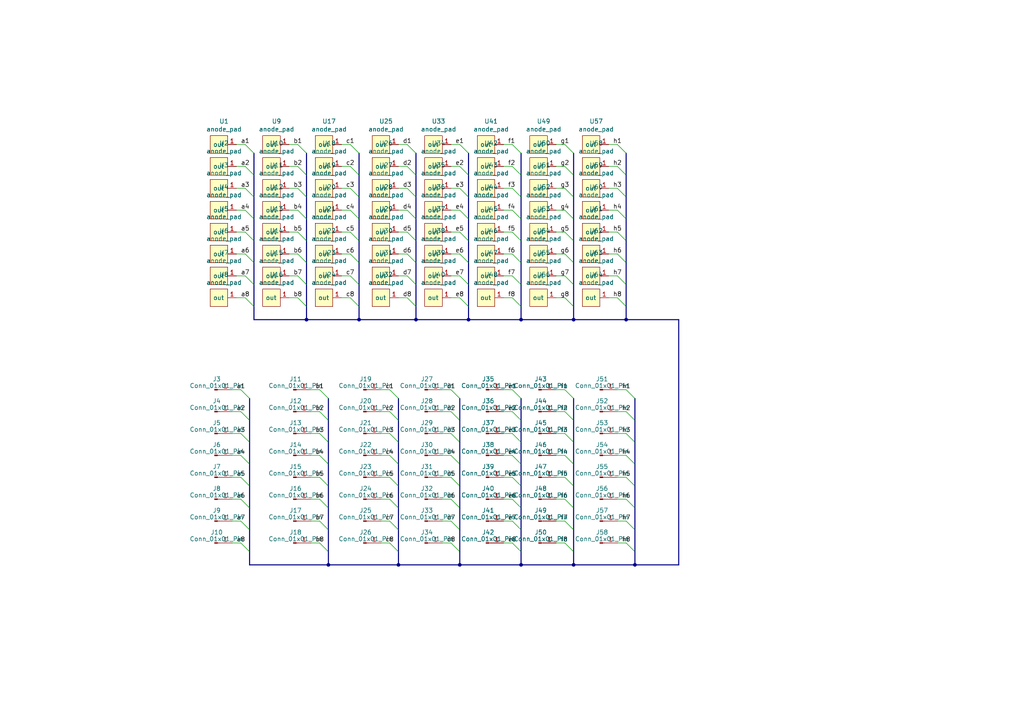
<source format=kicad_sch>
(kicad_sch (version 20230121) (generator eeschema)
  (paper "A4")
  (junction (at 181.61 92.71))
  (junction (at 151.13 163.83))
  (junction (at 135.89 92.71))
  (junction (at 104.14 92.71))
  (junction (at 166.37 92.71))
  (junction (at 95.25 163.83))
  (junction (at 120.65 92.71))
  (junction (at 151.13 92.71))
  (junction (at 115.57 163.83))
  (junction (at 184.15 163.83))
  (junction (at 166.37 163.83))
  (junction (at 88.9 92.71))
  (junction (at 133.35 163.83))
  (bus_entry (at 163.83 144.78) (size 2.54 2.54))
  (bus_entry (at 113.03 144.78) (size 2.54 2.54))
  (bus_entry (at 92.71 132.08) (size 2.54 2.54))
  (bus_entry (at 148.59 73.66) (size 2.54 2.54))
  (bus_entry (at 148.59 67.31) (size 2.54 2.54))
  (bus_entry (at 71.12 86.36) (size 2.54 2.54))
  (bus_entry (at 163.83 113.03) (size 2.54 2.54))
  (bus_entry (at 148.59 60.96) (size 2.54 2.54))
  (bus_entry (at 113.03 119.38) (size 2.54 2.54))
  (bus_entry (at 163.83 73.66) (size 2.54 2.54))
  (bus_entry (at 86.36 73.66) (size 2.54 2.54))
  (bus_entry (at 163.83 80.01) (size 2.54 2.54))
  (bus_entry (at 69.85 132.08) (size 2.54 2.54))
  (bus_entry (at 181.61 132.08) (size 2.54 2.54))
  (bus_entry (at 118.11 73.66) (size 2.54 2.54))
  (bus_entry (at 118.11 54.61) (size 2.54 2.54))
  (bus_entry (at 133.35 73.66) (size 2.54 2.54))
  (bus_entry (at 69.85 157.48) (size 2.54 2.54))
  (bus_entry (at 113.03 151.13) (size 2.54 2.54))
  (bus_entry (at 130.81 132.08) (size 2.54 2.54))
  (bus_entry (at 148.59 48.26) (size 2.54 2.54))
  (bus_entry (at 179.07 67.31) (size 2.54 2.54))
  (bus_entry (at 163.83 132.08) (size 2.54 2.54))
  (bus_entry (at 163.83 41.91) (size 2.54 2.54))
  (bus_entry (at 86.36 54.61) (size 2.54 2.54))
  (bus_entry (at 118.11 41.91) (size 2.54 2.54))
  (bus_entry (at 163.83 48.26) (size 2.54 2.54))
  (bus_entry (at 113.03 132.08) (size 2.54 2.54))
  (bus_entry (at 69.85 151.13) (size 2.54 2.54))
  (bus_entry (at 181.61 144.78) (size 2.54 2.54))
  (bus_entry (at 71.12 73.66) (size 2.54 2.54))
  (bus_entry (at 179.07 80.01) (size 2.54 2.54))
  (bus_entry (at 113.03 113.03) (size 2.54 2.54))
  (bus_entry (at 148.59 113.03) (size 2.54 2.54))
  (bus_entry (at 71.12 54.61) (size 2.54 2.54))
  (bus_entry (at 86.36 41.91) (size 2.54 2.54))
  (bus_entry (at 179.07 54.61) (size 2.54 2.54))
  (bus_entry (at 86.36 60.96) (size 2.54 2.54))
  (bus_entry (at 113.03 138.43) (size 2.54 2.54))
  (bus_entry (at 92.71 144.78) (size 2.54 2.54))
  (bus_entry (at 113.03 157.48) (size 2.54 2.54))
  (bus_entry (at 163.83 60.96) (size 2.54 2.54))
  (bus_entry (at 101.6 73.66) (size 2.54 2.54))
  (bus_entry (at 101.6 86.36) (size 2.54 2.54))
  (bus_entry (at 179.07 60.96) (size 2.54 2.54))
  (bus_entry (at 148.59 132.08) (size 2.54 2.54))
  (bus_entry (at 148.59 119.38) (size 2.54 2.54))
  (bus_entry (at 86.36 48.26) (size 2.54 2.54))
  (bus_entry (at 181.61 125.73) (size 2.54 2.54))
  (bus_entry (at 101.6 54.61) (size 2.54 2.54))
  (bus_entry (at 130.81 144.78) (size 2.54 2.54))
  (bus_entry (at 69.85 125.73) (size 2.54 2.54))
  (bus_entry (at 181.61 119.38) (size 2.54 2.54))
  (bus_entry (at 148.59 54.61) (size 2.54 2.54))
  (bus_entry (at 133.35 41.91) (size 2.54 2.54))
  (bus_entry (at 86.36 86.36) (size 2.54 2.54))
  (bus_entry (at 92.71 138.43) (size 2.54 2.54))
  (bus_entry (at 92.71 113.03) (size 2.54 2.54))
  (bus_entry (at 148.59 80.01) (size 2.54 2.54))
  (bus_entry (at 92.71 157.48) (size 2.54 2.54))
  (bus_entry (at 179.07 86.36) (size 2.54 2.54))
  (bus_entry (at 163.83 54.61) (size 2.54 2.54))
  (bus_entry (at 130.81 113.03) (size 2.54 2.54))
  (bus_entry (at 179.07 73.66) (size 2.54 2.54))
  (bus_entry (at 148.59 138.43) (size 2.54 2.54))
  (bus_entry (at 163.83 151.13) (size 2.54 2.54))
  (bus_entry (at 181.61 113.03) (size 2.54 2.54))
  (bus_entry (at 69.85 144.78) (size 2.54 2.54))
  (bus_entry (at 71.12 48.26) (size 2.54 2.54))
  (bus_entry (at 101.6 60.96) (size 2.54 2.54))
  (bus_entry (at 163.83 138.43) (size 2.54 2.54))
  (bus_entry (at 179.07 48.26) (size 2.54 2.54))
  (bus_entry (at 92.71 125.73) (size 2.54 2.54))
  (bus_entry (at 148.59 86.36) (size 2.54 2.54))
  (bus_entry (at 163.83 157.48) (size 2.54 2.54))
  (bus_entry (at 130.81 138.43) (size 2.54 2.54))
  (bus_entry (at 148.59 151.13) (size 2.54 2.54))
  (bus_entry (at 133.35 67.31) (size 2.54 2.54))
  (bus_entry (at 181.61 138.43) (size 2.54 2.54))
  (bus_entry (at 86.36 67.31) (size 2.54 2.54))
  (bus_entry (at 130.81 151.13) (size 2.54 2.54))
  (bus_entry (at 163.83 86.36) (size 2.54 2.54))
  (bus_entry (at 181.61 151.13) (size 2.54 2.54))
  (bus_entry (at 118.11 67.31) (size 2.54 2.54))
  (bus_entry (at 148.59 41.91) (size 2.54 2.54))
  (bus_entry (at 181.61 157.48) (size 2.54 2.54))
  (bus_entry (at 163.83 119.38) (size 2.54 2.54))
  (bus_entry (at 118.11 60.96) (size 2.54 2.54))
  (bus_entry (at 71.12 60.96) (size 2.54 2.54))
  (bus_entry (at 133.35 80.01) (size 2.54 2.54))
  (bus_entry (at 118.11 48.26) (size 2.54 2.54))
  (bus_entry (at 101.6 48.26) (size 2.54 2.54))
  (bus_entry (at 179.07 41.91) (size 2.54 2.54))
  (bus_entry (at 71.12 80.01) (size 2.54 2.54))
  (bus_entry (at 71.12 41.91) (size 2.54 2.54))
  (bus_entry (at 163.83 125.73) (size 2.54 2.54))
  (bus_entry (at 133.35 86.36) (size 2.54 2.54))
  (bus_entry (at 69.85 119.38) (size 2.54 2.54))
  (bus_entry (at 101.6 41.91) (size 2.54 2.54))
  (bus_entry (at 71.12 67.31) (size 2.54 2.54))
  (bus_entry (at 133.35 48.26) (size 2.54 2.54))
  (bus_entry (at 92.71 119.38) (size 2.54 2.54))
  (bus_entry (at 148.59 144.78) (size 2.54 2.54))
  (bus_entry (at 148.59 157.48) (size 2.54 2.54))
  (bus_entry (at 101.6 67.31) (size 2.54 2.54))
  (bus_entry (at 86.36 80.01) (size 2.54 2.54))
  (bus_entry (at 113.03 125.73) (size 2.54 2.54))
  (bus_entry (at 118.11 80.01) (size 2.54 2.54))
  (bus_entry (at 69.85 138.43) (size 2.54 2.54))
  (bus_entry (at 130.81 119.38) (size 2.54 2.54))
  (bus_entry (at 133.35 54.61) (size 2.54 2.54))
  (bus_entry (at 69.85 113.03) (size 2.54 2.54))
  (bus_entry (at 130.81 125.73) (size 2.54 2.54))
  (bus_entry (at 148.59 125.73) (size 2.54 2.54))
  (bus_entry (at 118.11 86.36) (size 2.54 2.54))
  (bus_entry (at 163.83 67.31) (size 2.54 2.54))
  (bus_entry (at 92.71 151.13) (size 2.54 2.54))
  (bus_entry (at 133.35 60.96) (size 2.54 2.54))
  (bus_entry (at 130.81 157.48) (size 2.54 2.54))
  (bus_entry (at 101.6 80.01) (size 2.54 2.54))
  (wire (pts (xy 68.58 48.26) (xy 71.12 48.26)))
  (bus (pts (xy 181.61 69.85) (xy 181.61 76.2)))
  (wire (pts (xy 146.05 151.13) (xy 148.59 151.13)))
  (wire (pts (xy 179.07 132.08) (xy 181.61 132.08)))
  (wire (pts (xy 128.27 151.13) (xy 130.81 151.13)))
  (wire (pts (xy 176.53 48.26) (xy 179.07 48.26)))
  (wire (pts (xy 176.53 73.66) (xy 179.07 73.66)))
  (wire (pts (xy 146.05 54.61) (xy 148.59 54.61)))
  (bus (pts (xy 135.89 50.8) (xy 135.89 57.15)))
  (bus (pts (xy 115.57 147.32) (xy 115.57 153.67)))
  (bus (pts (xy 73.66 76.2) (xy 73.66 82.55)))
  (wire (pts (xy 130.81 41.91) (xy 133.35 41.91)))
  (wire (pts (xy 128.27 113.03) (xy 130.81 113.03)))
  (bus (pts (xy 120.65 88.9) (xy 120.65 92.71)))
  (bus (pts (xy 120.65 57.15) (xy 120.65 63.5)))
  (bus (pts (xy 184.15 134.62) (xy 184.15 140.97)))
  (wire (pts (xy 161.29 86.36) (xy 163.83 86.36)))
  (bus (pts (xy 151.13 88.9) (xy 151.13 92.71)))
  (wire (pts (xy 99.06 86.36) (xy 101.6 86.36)))
  (wire (pts (xy 128.27 119.38) (xy 130.81 119.38)))
  (wire (pts (xy 115.57 41.91) (xy 118.11 41.91)))
  (bus (pts (xy 133.35 147.32) (xy 133.35 153.67)))
  (bus (pts (xy 151.13 153.67) (xy 151.13 160.02)))
  (wire (pts (xy 128.27 157.48) (xy 130.81 157.48)))
  (wire (pts (xy 115.57 54.61) (xy 118.11 54.61)))
  (bus (pts (xy 73.66 92.71) (xy 88.9 92.71)))
  (wire (pts (xy 146.05 113.03) (xy 148.59 113.03)))
  (wire (pts (xy 146.05 80.01) (xy 148.59 80.01)))
  (bus (pts (xy 181.61 44.45) (xy 181.61 50.8)))
  (bus (pts (xy 151.13 134.62) (xy 151.13 140.97)))
  (bus (pts (xy 104.14 44.45) (xy 104.14 50.8)))
  (wire (pts (xy 110.49 151.13) (xy 113.03 151.13)))
  (wire (pts (xy 67.31 125.73) (xy 69.85 125.73)))
  (bus (pts (xy 181.61 88.9) (xy 181.61 92.71)))
  (wire (pts (xy 146.05 119.38) (xy 148.59 119.38)))
  (bus (pts (xy 151.13 57.15) (xy 151.13 63.5)))
  (wire (pts (xy 161.29 67.31) (xy 163.83 67.31)))
  (bus (pts (xy 120.65 44.45) (xy 120.65 50.8)))
  (wire (pts (xy 161.29 132.08) (xy 163.83 132.08)))
  (wire (pts (xy 161.29 138.43) (xy 163.83 138.43)))
  (wire (pts (xy 146.05 60.96) (xy 148.59 60.96)))
  (bus (pts (xy 95.25 153.67) (xy 95.25 160.02)))
  (wire (pts (xy 161.29 144.78) (xy 163.83 144.78)))
  (wire (pts (xy 146.05 48.26) (xy 148.59 48.26)))
  (bus (pts (xy 166.37 128.27) (xy 166.37 134.62)))
  (wire (pts (xy 68.58 80.01) (xy 71.12 80.01)))
  (wire (pts (xy 130.81 67.31) (xy 133.35 67.31)))
  (wire (pts (xy 161.29 73.66) (xy 163.83 73.66)))
  (bus (pts (xy 95.25 128.27) (xy 95.25 134.62)))
  (wire (pts (xy 179.07 119.38) (xy 181.61 119.38)))
  (wire (pts (xy 146.05 67.31) (xy 148.59 67.31)))
  (bus (pts (xy 115.57 153.67) (xy 115.57 160.02)))
  (bus (pts (xy 151.13 121.92) (xy 151.13 128.27)))
  (bus (pts (xy 166.37 160.02) (xy 166.37 163.83)))
  (bus (pts (xy 95.25 160.02) (xy 95.25 163.83)))
  (wire (pts (xy 90.17 151.13) (xy 92.71 151.13)))
  (wire (pts (xy 146.05 125.73) (xy 148.59 125.73)))
  (bus (pts (xy 151.13 115.57) (xy 151.13 121.92)))
  (bus (pts (xy 133.35 128.27) (xy 133.35 134.62)))
  (bus (pts (xy 88.9 69.85) (xy 88.9 76.2)))
  (bus (pts (xy 151.13 160.02) (xy 151.13 163.83)))
  (bus (pts (xy 95.25 134.62) (xy 95.25 140.97)))
  (wire (pts (xy 99.06 80.01) (xy 101.6 80.01)))
  (bus (pts (xy 72.39 153.67) (xy 72.39 160.02)))
  (wire (pts (xy 99.06 60.96) (xy 101.6 60.96)))
  (wire (pts (xy 83.82 54.61) (xy 86.36 54.61)))
  (bus (pts (xy 184.15 128.27) (xy 184.15 134.62)))
  (bus (pts (xy 184.15 115.57) (xy 184.15 121.92)))
  (bus (pts (xy 181.61 57.15) (xy 181.61 63.5)))
  (wire (pts (xy 130.81 60.96) (xy 133.35 60.96)))
  (bus (pts (xy 166.37 63.5) (xy 166.37 69.85)))
  (bus (pts (xy 104.14 76.2) (xy 104.14 82.55)))
  (bus (pts (xy 133.35 163.83) (xy 151.13 163.83)))
  (wire (pts (xy 161.29 157.48) (xy 163.83 157.48)))
  (bus (pts (xy 166.37 115.57) (xy 166.37 121.92)))
  (bus (pts (xy 151.13 140.97) (xy 151.13 147.32)))
  (wire (pts (xy 99.06 48.26) (xy 101.6 48.26)))
  (bus (pts (xy 151.13 63.5) (xy 151.13 69.85)))
  (bus (pts (xy 151.13 50.8) (xy 151.13 57.15)))
  (bus (pts (xy 135.89 92.71) (xy 151.13 92.71)))
  (bus (pts (xy 120.65 76.2) (xy 120.65 82.55)))
  (wire (pts (xy 83.82 41.91) (xy 86.36 41.91)))
  (wire (pts (xy 110.49 138.43) (xy 113.03 138.43)))
  (bus (pts (xy 88.9 63.5) (xy 88.9 69.85)))
  (wire (pts (xy 99.06 67.31) (xy 101.6 67.31)))
  (bus (pts (xy 104.14 88.9) (xy 104.14 92.71)))
  (wire (pts (xy 90.17 119.38) (xy 92.71 119.38)))
  (wire (pts (xy 83.82 67.31) (xy 86.36 67.31)))
  (wire (pts (xy 161.29 125.73) (xy 163.83 125.73)))
  (wire (pts (xy 68.58 67.31) (xy 71.12 67.31)))
  (wire (pts (xy 179.07 125.73) (xy 181.61 125.73)))
  (wire (pts (xy 161.29 151.13) (xy 163.83 151.13)))
  (wire (pts (xy 128.27 125.73) (xy 130.81 125.73)))
  (wire (pts (xy 99.06 73.66) (xy 101.6 73.66)))
  (wire (pts (xy 130.81 73.66) (xy 133.35 73.66)))
  (bus (pts (xy 166.37 92.71) (xy 181.61 92.71)))
  (bus (pts (xy 72.39 121.92) (xy 72.39 128.27)))
  (bus (pts (xy 95.25 121.92) (xy 95.25 128.27)))
  (wire (pts (xy 176.53 54.61) (xy 179.07 54.61)))
  (bus (pts (xy 72.39 115.57) (xy 72.39 121.92)))
  (bus (pts (xy 73.66 88.9) (xy 73.66 92.71)))
  (bus (pts (xy 88.9 44.45) (xy 88.9 50.8)))
  (bus (pts (xy 73.66 82.55) (xy 73.66 88.9)))
  (wire (pts (xy 161.29 80.01) (xy 163.83 80.01)))
  (wire (pts (xy 176.53 60.96) (xy 179.07 60.96)))
  (bus (pts (xy 166.37 153.67) (xy 166.37 160.02)))
  (wire (pts (xy 90.17 144.78) (xy 92.71 144.78)))
  (bus (pts (xy 104.14 63.5) (xy 104.14 69.85)))
  (bus (pts (xy 115.57 160.02) (xy 115.57 163.83)))
  (bus (pts (xy 135.89 63.5) (xy 135.89 69.85)))
  (bus (pts (xy 135.89 69.85) (xy 135.89 76.2)))
  (bus (pts (xy 120.65 63.5) (xy 120.65 69.85)))
  (wire (pts (xy 146.05 138.43) (xy 148.59 138.43)))
  (wire (pts (xy 130.81 54.61) (xy 133.35 54.61)))
  (wire (pts (xy 115.57 86.36) (xy 118.11 86.36)))
  (bus (pts (xy 104.14 69.85) (xy 104.14 76.2)))
  (bus (pts (xy 181.61 82.55) (xy 181.61 88.9)))
  (wire (pts (xy 83.82 48.26) (xy 86.36 48.26)))
  (bus (pts (xy 181.61 50.8) (xy 181.61 57.15)))
  (bus (pts (xy 196.85 163.83) (xy 184.15 163.83)))
  (bus (pts (xy 166.37 50.8) (xy 166.37 57.15)))
  (wire (pts (xy 161.29 48.26) (xy 163.83 48.26)))
  (bus (pts (xy 166.37 76.2) (xy 166.37 82.55)))
  (bus (pts (xy 120.65 92.71) (xy 135.89 92.71)))
  (wire (pts (xy 110.49 132.08) (xy 113.03 132.08)))
  (bus (pts (xy 88.9 76.2) (xy 88.9 82.55)))
  (bus (pts (xy 95.25 147.32) (xy 95.25 153.67)))
  (wire (pts (xy 68.58 86.36) (xy 71.12 86.36)))
  (bus (pts (xy 151.13 82.55) (xy 151.13 88.9)))
  (bus (pts (xy 120.65 50.8) (xy 120.65 57.15)))
  (wire (pts (xy 161.29 54.61) (xy 163.83 54.61)))
  (bus (pts (xy 166.37 147.32) (xy 166.37 153.67)))
  (bus (pts (xy 133.35 115.57) (xy 133.35 121.92)))
  (bus (pts (xy 133.35 153.67) (xy 133.35 160.02)))
  (bus (pts (xy 95.25 163.83) (xy 115.57 163.83)))
  (wire (pts (xy 90.17 125.73) (xy 92.71 125.73)))
  (bus (pts (xy 133.35 121.92) (xy 133.35 128.27)))
  (bus (pts (xy 104.14 50.8) (xy 104.14 57.15)))
  (wire (pts (xy 146.05 157.48) (xy 148.59 157.48)))
  (bus (pts (xy 104.14 92.71) (xy 120.65 92.71)))
  (wire (pts (xy 110.49 113.03) (xy 113.03 113.03)))
  (bus (pts (xy 166.37 140.97) (xy 166.37 147.32)))
  (bus (pts (xy 73.66 63.5) (xy 73.66 69.85)))
  (bus (pts (xy 133.35 134.62) (xy 133.35 140.97)))
  (bus (pts (xy 151.13 128.27) (xy 151.13 134.62)))
  (bus (pts (xy 104.14 82.55) (xy 104.14 88.9)))
  (bus (pts (xy 88.9 57.15) (xy 88.9 63.5)))
  (wire (pts (xy 67.31 151.13) (xy 69.85 151.13)))
  (bus (pts (xy 135.89 44.45) (xy 135.89 50.8)))
  (bus (pts (xy 72.39 147.32) (xy 72.39 153.67)))
  (bus (pts (xy 73.66 50.8) (xy 73.66 57.15)))
  (wire (pts (xy 67.31 144.78) (xy 69.85 144.78)))
  (wire (pts (xy 83.82 60.96) (xy 86.36 60.96)))
  (bus (pts (xy 88.9 92.71) (xy 104.14 92.71)))
  (bus (pts (xy 135.89 57.15) (xy 135.89 63.5)))
  (bus (pts (xy 151.13 69.85) (xy 151.13 76.2)))
  (bus (pts (xy 184.15 147.32) (xy 184.15 153.67)))
  (bus (pts (xy 72.39 140.97) (xy 72.39 147.32)))
  (bus (pts (xy 135.89 82.55) (xy 135.89 88.9)))
  (bus (pts (xy 181.61 76.2) (xy 181.61 82.55)))
  (bus (pts (xy 166.37 82.55) (xy 166.37 88.9)))
  (wire (pts (xy 146.05 132.08) (xy 148.59 132.08)))
  (wire (pts (xy 115.57 73.66) (xy 118.11 73.66)))
  (wire (pts (xy 67.31 119.38) (xy 69.85 119.38)))
  (wire (pts (xy 83.82 86.36) (xy 86.36 86.36)))
  (bus (pts (xy 135.89 88.9) (xy 135.89 92.71)))
  (bus (pts (xy 181.61 92.71) (xy 196.85 92.71)))
  (bus (pts (xy 115.57 128.27) (xy 115.57 134.62)))
  (wire (pts (xy 128.27 144.78) (xy 130.81 144.78)))
  (wire (pts (xy 110.49 157.48) (xy 113.03 157.48)))
  (wire (pts (xy 99.06 41.91) (xy 101.6 41.91)))
  (bus (pts (xy 133.35 160.02) (xy 133.35 163.83)))
  (bus (pts (xy 73.66 69.85) (xy 73.66 76.2)))
  (bus (pts (xy 115.57 134.62) (xy 115.57 140.97)))
  (bus (pts (xy 88.9 50.8) (xy 88.9 57.15)))
  (wire (pts (xy 130.81 80.01) (xy 133.35 80.01)))
  (bus (pts (xy 166.37 88.9) (xy 166.37 92.71)))
  (bus (pts (xy 115.57 163.83) (xy 133.35 163.83)))
  (wire (pts (xy 115.57 67.31) (xy 118.11 67.31)))
  (wire (pts (xy 130.81 86.36) (xy 133.35 86.36)))
  (wire (pts (xy 130.81 48.26) (xy 133.35 48.26)))
  (wire (pts (xy 99.06 54.61) (xy 101.6 54.61)))
  (bus (pts (xy 184.15 153.67) (xy 184.15 160.02)))
  (bus (pts (xy 73.66 44.45) (xy 73.66 50.8)))
  (bus (pts (xy 120.65 82.55) (xy 120.65 88.9)))
  (wire (pts (xy 68.58 54.61) (xy 71.12 54.61)))
  (bus (pts (xy 88.9 88.9) (xy 88.9 92.71)))
  (wire (pts (xy 146.05 73.66) (xy 148.59 73.66)))
  (wire (pts (xy 179.07 144.78) (xy 181.61 144.78)))
  (bus (pts (xy 151.13 92.71) (xy 166.37 92.71)))
  (bus (pts (xy 115.57 121.92) (xy 115.57 128.27)))
  (wire (pts (xy 67.31 138.43) (xy 69.85 138.43)))
  (bus (pts (xy 104.14 57.15) (xy 104.14 63.5)))
  (bus (pts (xy 95.25 140.97) (xy 95.25 147.32)))
  (wire (pts (xy 110.49 144.78) (xy 113.03 144.78)))
  (bus (pts (xy 166.37 163.83) (xy 184.15 163.83)))
  (wire (pts (xy 176.53 80.01) (xy 179.07 80.01)))
  (wire (pts (xy 146.05 41.91) (xy 148.59 41.91)))
  (bus (pts (xy 72.39 160.02) (xy 72.39 163.83)))
  (bus (pts (xy 151.13 147.32) (xy 151.13 153.67)))
  (wire (pts (xy 90.17 113.03) (xy 92.71 113.03)))
  (bus (pts (xy 184.15 160.02) (xy 184.15 163.83)))
  (wire (pts (xy 90.17 132.08) (xy 92.71 132.08)))
  (bus (pts (xy 72.39 134.62) (xy 72.39 140.97)))
  (bus (pts (xy 166.37 134.62) (xy 166.37 140.97)))
  (wire (pts (xy 115.57 80.01) (xy 118.11 80.01)))
  (wire (pts (xy 161.29 119.38) (xy 163.83 119.38)))
  (bus (pts (xy 166.37 121.92) (xy 166.37 128.27)))
  (bus (pts (xy 133.35 140.97) (xy 133.35 147.32)))
  (wire (pts (xy 179.07 157.48) (xy 181.61 157.48)))
  (wire (pts (xy 161.29 41.91) (xy 163.83 41.91)))
  (bus (pts (xy 196.85 92.71) (xy 196.85 163.83)))
  (wire (pts (xy 179.07 138.43) (xy 181.61 138.43)))
  (wire (pts (xy 128.27 132.08) (xy 130.81 132.08)))
  (bus (pts (xy 88.9 82.55) (xy 88.9 88.9)))
  (bus (pts (xy 151.13 44.45) (xy 151.13 50.8)))
  (wire (pts (xy 110.49 125.73) (xy 113.03 125.73)))
  (bus (pts (xy 73.66 57.15) (xy 73.66 63.5)))
  (wire (pts (xy 115.57 48.26) (xy 118.11 48.26)))
  (bus (pts (xy 151.13 76.2) (xy 151.13 82.55)))
  (wire (pts (xy 83.82 80.01) (xy 86.36 80.01)))
  (bus (pts (xy 120.65 69.85) (xy 120.65 76.2)))
  (wire (pts (xy 67.31 132.08) (xy 69.85 132.08)))
  (bus (pts (xy 166.37 69.85) (xy 166.37 76.2)))
  (bus (pts (xy 151.13 163.83) (xy 166.37 163.83)))
  (wire (pts (xy 110.49 119.38) (xy 113.03 119.38)))
  (bus (pts (xy 166.37 44.45) (xy 166.37 50.8)))
  (wire (pts (xy 68.58 60.96) (xy 71.12 60.96)))
  (wire (pts (xy 67.31 113.03) (xy 69.85 113.03)))
  (wire (pts (xy 161.29 60.96) (xy 163.83 60.96)))
  (wire (pts (xy 176.53 41.91) (xy 179.07 41.91)))
  (wire (pts (xy 176.53 86.36) (xy 179.07 86.36)))
  (wire (pts (xy 146.05 86.36) (xy 148.59 86.36)))
  (bus (pts (xy 135.89 76.2) (xy 135.89 82.55)))
  (bus (pts (xy 115.57 140.97) (xy 115.57 147.32)))
  (bus (pts (xy 181.61 63.5) (xy 181.61 69.85)))
  (bus (pts (xy 115.57 115.57) (xy 115.57 121.92)))
  (bus (pts (xy 184.15 140.97) (xy 184.15 147.32)))
  (bus (pts (xy 166.37 57.15) (xy 166.37 63.5)))
  (wire (pts (xy 68.58 73.66) (xy 71.12 73.66)))
  (wire (pts (xy 146.05 144.78) (xy 148.59 144.78)))
  (wire (pts (xy 83.82 73.66) (xy 86.36 73.66)))
  (bus (pts (xy 72.39 163.83) (xy 95.25 163.83)))
  (bus (pts (xy 72.39 128.27) (xy 72.39 134.62)))
  (wire (pts (xy 128.27 138.43) (xy 130.81 138.43)))
  (wire (pts (xy 115.57 60.96) (xy 118.11 60.96)))
  (bus (pts (xy 184.15 121.92) (xy 184.15 128.27)))
  (wire (pts (xy 179.07 151.13) (xy 181.61 151.13)))
  (wire (pts (xy 67.31 157.48) (xy 69.85 157.48)))
  (bus (pts (xy 95.25 115.57) (xy 95.25 121.92)))
  (wire (pts (xy 161.29 113.03) (xy 163.83 113.03)))
  (wire (pts (xy 90.17 157.48) (xy 92.71 157.48)))
  (wire (pts (xy 90.17 138.43) (xy 92.71 138.43)))
  (wire (pts (xy 176.53 67.31) (xy 179.07 67.31)))
  (wire (pts (xy 68.58 41.91) (xy 71.12 41.91)))
  (wire (pts (xy 179.07 113.03) (xy 181.61 113.03)))
  (label "a4" (at 69.85 60.96 0))
  (label "c8" (at 100.33 86.36 0))
  (label "h6" (at 180.34 144.78 0))
  (label "d4" (at 129.54 132.08 0))
  (label "a2" (at 69.85 48.26 0))
  (label "d7" (at 116.84 80.01 0))
  (label "b3" (at 85.09 54.61 0))
  (label "a8" (at 69.85 86.36 0))
  (label "e6" (at 147.32 144.78 0))
  (label "g8" (at 162.56 86.36 0))
  (label "h5" (at 177.8 67.31 0))
  (label "c5" (at 111.76 138.43 0))
  (label "h1" (at 180.34 113.03 0))
  (label "f5" (at 162.56 138.43 0))
  (label "b6" (at 91.44 144.78 0))
  (label "e7" (at 132.08 80.01 0))
  (label "h7" (at 177.8 80.01 0))
  (label "a1" (at 68.58 113.03 0))
  (label "c6" (at 111.76 144.78 0))
  (label "e2" (at 132.08 48.26 0))
  (label "h5" (at 180.34 138.43 0))
  (label "e6" (at 132.08 73.66 0))
  (label "e4" (at 147.32 132.08 0))
  (label "b5" (at 91.44 138.43 0))
  (label "e3" (at 147.32 125.73 0))
  (label "a5" (at 68.58 138.43 0))
  (label "h7" (at 180.34 151.13 0))
  (label "b2" (at 85.09 48.26 0))
  (label "e5" (at 132.08 67.31 0))
  (label "b6" (at 85.09 73.66 0))
  (label "a8" (at 68.58 157.48 0))
  (label "h1" (at 177.8 41.91 0))
  (label "c5" (at 100.33 67.31 0))
  (label "a2" (at 68.58 119.38 0))
  (label "d2" (at 129.54 119.38 0))
  (label "d3" (at 116.84 54.61 0))
  (label "a1" (at 69.85 41.91 0))
  (label "d4" (at 116.84 60.96 0))
  (label "e1" (at 132.08 41.91 0))
  (label "b2" (at 91.44 119.38 0))
  (label "e8" (at 147.32 157.48 0))
  (label "a6" (at 69.85 73.66 0))
  (label "f8" (at 147.32 86.36 0))
  (label "g6" (at 162.56 73.66 0))
  (label "c7" (at 111.76 151.13 0))
  (label "e4" (at 132.08 60.96 0))
  (label "h2" (at 177.8 48.26 0))
  (label "b1" (at 85.09 41.91 0))
  (label "a7" (at 68.58 151.13 0))
  (label "g1" (at 162.56 41.91 0))
  (label "g4" (at 162.56 60.96 0))
  (label "f8" (at 162.56 157.48 0))
  (label "b3" (at 91.44 125.73 0))
  (label "a5" (at 69.85 67.31 0))
  (label "f4" (at 147.32 60.96 0))
  (label "a3" (at 69.85 54.61 0))
  (label "d6" (at 129.54 144.78 0))
  (label "c6" (at 100.33 73.66 0))
  (label "f6" (at 162.56 144.78 0))
  (label "d8" (at 116.84 86.36 0))
  (label "h2" (at 180.34 119.38 0))
  (label "f5" (at 147.32 67.31 0))
  (label "c3" (at 100.33 54.61 0))
  (label "b5" (at 85.09 67.31 0))
  (label "b4" (at 91.44 132.08 0))
  (label "f1" (at 162.56 113.03 0))
  (label "b8" (at 91.44 157.48 0))
  (label "c3" (at 111.76 125.73 0))
  (label "h8" (at 177.8 86.36 0))
  (label "g7" (at 162.56 80.01 0))
  (label "b7" (at 85.09 80.01 0))
  (label "f2" (at 147.32 48.26 0))
  (label "f1" (at 147.32 41.91 0))
  (label "h4" (at 180.34 132.08 0))
  (label "d8" (at 129.54 157.48 0))
  (label "d5" (at 129.54 138.43 0))
  (label "c4" (at 100.33 60.96 0))
  (label "b8" (at 85.09 86.36 0))
  (label "d1" (at 129.54 113.03 0))
  (label "f2" (at 162.56 119.38 0))
  (label "b1" (at 91.44 113.03 0))
  (label "f6" (at 147.32 73.66 0))
  (label "h8" (at 180.34 157.48 0))
  (label "a7" (at 69.85 80.01 0))
  (label "d2" (at 116.84 48.26 0))
  (label "e5" (at 147.32 138.43 0))
  (label "e3" (at 132.08 54.61 0))
  (label "d1" (at 116.84 41.91 0))
  (label "h3" (at 177.8 54.61 0))
  (label "c1" (at 100.33 41.91 0))
  (label "c2" (at 111.76 119.38 0))
  (label "e2" (at 147.32 119.38 0))
  (label "f4" (at 162.56 132.08 0))
  (label "a6" (at 68.58 144.78 0))
  (label "f3" (at 162.56 125.73 0))
  (label "f7" (at 147.32 80.01 0))
  (label "c7" (at 100.33 80.01 0))
  (label "g2" (at 162.56 48.26 0))
  (label "f3" (at 147.32 54.61 0))
  (label "e1" (at 147.32 113.03 0))
  (label "h3" (at 180.34 125.73 0))
  (label "c4" (at 111.76 132.08 0))
  (label "c8" (at 111.76 157.48 0))
  (label "g3" (at 162.56 54.61 0))
  (label "e8" (at 132.08 86.36 0))
  (label "c1" (at 111.76 113.03 0))
  (label "d6" (at 116.84 73.66 0))
  (label "f7" (at 162.56 151.13 0))
  (label "b7" (at 91.44 151.13 0))
  (label "d7" (at 129.54 151.13 0))
  (label "h6" (at 177.8 73.66 0))
  (label "d5" (at 116.84 67.31 0))
  (label "e7" (at 147.32 151.13 0))
  (label "d3" (at 129.54 125.73 0))
  (label "h4" (at 177.8 60.96 0))
  (label "g5" (at 162.56 67.31 0))
  (label "a4" (at 68.58 132.08 0))
  (label "b4" (at 85.09 60.96 0))
  (label "c2" (at 100.33 48.26 0))
  (label "a3" (at 68.58 125.73 0))
  (symbol (lib_id "Connector:Conn_01x01_Pin") (at 140.97 119.38 0) (unit 1)
    (property "Reference" "J36" (at 141.605 116.2939 0))
    (property "Value" "Conn_01x01_Pin" (at 141.605 118.2149 0))
  )
  (symbol (lib_id "Connector:Conn_01x01_Pin") (at 105.41 125.73 0) (unit 1)
    (property "Reference" "J21" (at 106.045 122.6439 0))
    (property "Value" "Conn_01x01_Pin" (at 106.045 124.5649 0))
  )
  (symbol (lib_id "Connector:Conn_01x01_Pin") (at 62.23 113.03 0) (unit 1)
    (property "Reference" "J3" (at 62.865 109.9439 0))
    (property "Value" "Conn_01x01_Pin" (at 62.865 111.8649 0))
  )
  (symbol (lib_id "Connector:Conn_01x01_Pin") (at 85.09 144.78 0) (unit 1)
    (property "Reference" "J16" (at 85.725 141.6939 0))
    (property "Value" "Conn_01x01_Pin" (at 85.725 143.6149 0))
  )
  (symbol (lib_id "pad_64in-rescue:anode_pad-Device") (at 93.98 67.31 0) (unit 1)
    (property "Reference" "U21" (at 95.4532 60.579 0))
    (property "Value" "anode_pad" (at 95.4532 62.8904 0))
    (property "Footprint" "AnodePads:anode_square_pad" (effects hide))
    (instances (project "pad_64in" (path "" (reference "U21") (unit 1)) (path "" (reference "U85") (unit 1))))
  )
  (symbol (lib_id "pad_64in-rescue:anode_pad-Device") (at 140.97 67.31 0) (unit 1)
    (property "Reference" "U45" (at 142.4432 60.579 0))
    (property "Value" "anode_pad" (at 142.4432 62.8904 0))
    (property "Footprint" "AnodePads:anode_square_pad" (effects hide))
    (instances (project "pad_64in" (path "" (reference "U45") (unit 1)) (path "" (reference "U109") (unit 1))))
  )
  (symbol (lib_id "pad_64in-rescue:anode_pad-Device") (at 140.97 48.26 0) (unit 1)
    (property "Reference" "U42" (at 142.4432 41.529 0))
    (property "Value" "anode_pad" (at 142.4432 43.8404 0))
    (property "Footprint" "AnodePads:anode_square_pad" (effects hide))
    (instances (project "pad_64in" (path "" (reference "U42") (unit 1)) (path "" (reference "U106") (unit 1))))
  )
  (symbol (lib_id "pad_64in-rescue:anode_pad-Device") (at 125.73 67.31 0) (unit 1)
    (property "Reference" "U37" (at 127.2032 60.579 0))
    (property "Value" "anode_pad" (at 127.2032 62.8904 0))
    (property "Footprint" "AnodePads:anode_square_pad" (effects hide))
    (instances (project "pad_64in" (path "" (reference "U37") (unit 1)) (path "" (reference "U101") (unit 1))))
  )
  (symbol (lib_id "Connector:Conn_01x01_Pin") (at 156.21 151.13 0) (unit 1)
    (property "Reference" "J49" (at 156.845 148.0439 0))
    (property "Value" "Conn_01x01_Pin" (at 156.845 149.9649 0))
  )
  (symbol (lib_id "pad_64in-rescue:anode_pad-Device") (at 125.73 80.01 0) (unit 1)
    (property "Reference" "U39" (at 127.2032 73.279 0))
    (property "Value" "anode_pad" (at 127.2032 75.5904 0))
    (property "Footprint" "AnodePads:anode_square_pad" (effects hide))
    (instances (project "pad_64in" (path "" (reference "U39") (unit 1)) (path "" (reference "U103") (unit 1))))
  )
  (symbol (lib_id "pad_64in-rescue:anode_pad-Device") (at 93.98 54.61 0) (unit 1)
    (property "Reference" "U19" (at 95.4532 47.879 0))
    (property "Value" "anode_pad" (at 95.4532 50.1904 0))
    (property "Footprint" "AnodePads:anode_square_pad" (effects hide))
    (instances (project "pad_64in" (path "" (reference "U19") (unit 1)) (path "" (reference "U83") (unit 1))))
  )
  (symbol (lib_id "pad_64in-rescue:anode_pad-Device") (at 171.45 80.01 0) (unit 1)
    (property "Reference" "U63" (at 172.9232 73.279 0))
    (property "Value" "anode_pad" (at 172.9232 75.5904 0))
    (property "Footprint" "AnodePads:anode_square_pad" (effects hide))
    (instances (project "pad_64in" (path "" (reference "U63") (unit 1)) (path "" (reference "U127") (unit 1))))
  )
  (symbol (lib_id "Connector:Conn_01x01_Pin") (at 105.41 151.13 0) (unit 1)
    (property "Reference" "J25" (at 106.045 148.0439 0))
    (property "Value" "Conn_01x01_Pin" (at 106.045 149.9649 0))
  )
  (symbol (lib_id "Connector:Conn_01x01_Pin") (at 156.21 119.38 0) (unit 1)
    (property "Reference" "J44" (at 156.845 116.2939 0))
    (property "Value" "Conn_01x01_Pin" (at 156.845 118.2149 0))
  )
  (symbol (lib_id "Connector:Conn_01x01_Pin") (at 123.19 113.03 0) (unit 1)
    (property "Reference" "J27" (at 123.825 109.9439 0))
    (property "Value" "Conn_01x01_Pin" (at 123.825 111.8649 0))
  )
  (symbol (lib_id "Connector:Conn_01x01_Pin") (at 173.99 113.03 0) (unit 1)
    (property "Reference" "J51" (at 174.625 109.9439 0))
    (property "Value" "Conn_01x01_Pin" (at 174.625 111.8649 0))
  )
  (symbol (lib_id "pad_64in-rescue:anode_pad-Device") (at 171.45 67.31 0) (unit 1)
    (property "Reference" "U61" (at 172.9232 60.579 0))
    (property "Value" "anode_pad" (at 172.9232 62.8904 0))
    (property "Footprint" "AnodePads:anode_square_pad" (effects hide))
    (instances (project "pad_64in" (path "" (reference "U61") (unit 1)) (path "" (reference "U125") (unit 1))))
  )
  (symbol (lib_id "Connector:Conn_01x01_Pin") (at 173.99 157.48 0) (unit 1)
    (property "Reference" "J58" (at 174.625 154.3939 0))
    (property "Value" "Conn_01x01_Pin" (at 174.625 156.3149 0))
  )
  (symbol (lib_id "pad_64in-rescue:anode_pad-Device") (at 140.97 60.96 0) (unit 1)
    (property "Reference" "U44" (at 142.4432 54.229 0))
    (property "Value" "anode_pad" (at 142.4432 56.5404 0))
    (property "Footprint" "AnodePads:anode_square_pad" (effects hide))
    (instances (project "pad_64in" (path "" (reference "U44") (unit 1)) (path "" (reference "U108") (unit 1))))
  )
  (symbol (lib_id "Connector:Conn_01x01_Pin") (at 62.23 157.48 0) (unit 1)
    (property "Reference" "J10" (at 62.865 154.3939 0))
    (property "Value" "Conn_01x01_Pin" (at 62.865 156.3149 0))
  )
  (symbol (lib_id "pad_64in-rescue:anode_pad-Device") (at 93.98 86.36 0) (unit 1)
    (property "Reference" "U24" (at 95.4532 79.629 0))
    (property "Value" "anode_pad" (at 95.4532 81.9404 0))
    (property "Footprint" "AnodePads:anode_square_pad" (effects hide))
    (instances (project "pad_64in" (path "" (reference "U24") (unit 1)) (path "" (reference "U88") (unit 1))))
  )
  (symbol (lib_id "Connector:Conn_01x01_Pin") (at 105.41 138.43 0) (unit 1)
    (property "Reference" "J23" (at 106.045 135.3439 0))
    (property "Value" "Conn_01x01_Pin" (at 106.045 137.2649 0))
  )
  (symbol (lib_id "pad_64in-rescue:anode_pad-Device") (at 93.98 60.96 0) (unit 1)
    (property "Reference" "U20" (at 95.4532 54.229 0))
    (property "Value" "anode_pad" (at 95.4532 56.5404 0))
    (property "Footprint" "AnodePads:anode_square_pad" (effects hide))
    (instances (project "pad_64in" (path "" (reference "U20") (unit 1)) (path "" (reference "U84") (unit 1))))
  )
  (symbol (lib_id "pad_64in-rescue:anode_pad-Device") (at 93.98 80.01 0) (unit 1)
    (property "Reference" "U23" (at 95.4532 73.279 0))
    (property "Value" "anode_pad" (at 95.4532 75.5904 0))
    (property "Footprint" "AnodePads:anode_square_pad" (effects hide))
    (instances (project "pad_64in" (path "" (reference "U23") (unit 1)) (path "" (reference "U87") (unit 1))))
  )
  (symbol (lib_id "pad_64in-rescue:anode_pad-Device") (at 171.45 73.66 0) (unit 1)
    (property "Reference" "U62" (at 172.9232 66.929 0))
    (property "Value" "anode_pad" (at 172.9232 69.2404 0))
    (property "Footprint" "AnodePads:anode_square_pad" (effects hide))
    (instances (project "pad_64in" (path "" (reference "U62") (unit 1)) (path "" (reference "U126") (unit 1))))
  )
  (symbol (lib_id "pad_64in-rescue:anode_pad-Device") (at 110.49 54.61 0) (unit 1)
    (property "Reference" "U27" (at 111.9632 47.879 0))
    (property "Value" "anode_pad" (at 111.9632 50.1904 0))
    (property "Footprint" "AnodePads:anode_square_pad" (effects hide))
    (instances (project "pad_64in" (path "" (reference "U27") (unit 1)) (path "" (reference "U91") (unit 1))))
  )
  (symbol (lib_id "Connector:Conn_01x01_Pin") (at 85.09 119.38 0) (unit 1)
    (property "Reference" "J12" (at 85.725 116.2939 0))
    (property "Value" "Conn_01x01_Pin" (at 85.725 118.2149 0))
  )
  (symbol (lib_id "Connector:Conn_01x01_Pin") (at 85.09 113.03 0) (unit 1)
    (property "Reference" "J11" (at 85.725 109.9439 0))
    (property "Value" "Conn_01x01_Pin" (at 85.725 111.8649 0))
  )
  (symbol (lib_id "pad_64in-rescue:anode_pad-Device") (at 156.21 60.96 0) (unit 1)
    (property "Reference" "U52" (at 157.6832 54.229 0))
    (property "Value" "anode_pad" (at 157.6832 56.5404 0))
    (property "Footprint" "AnodePads:anode_square_pad" (effects hide))
    (instances (project "pad_64in" (path "" (reference "U52") (unit 1)) (path "" (reference "U116") (unit 1))))
  )
  (symbol (lib_id "Connector:Conn_01x01_Pin") (at 85.09 132.08 0) (unit 1)
    (property "Reference" "J14" (at 85.725 128.9939 0))
    (property "Value" "Conn_01x01_Pin" (at 85.725 130.9149 0))
  )
  (symbol (lib_id "Connector:Conn_01x01_Pin") (at 62.23 138.43 0) (unit 1)
    (property "Reference" "J7" (at 62.865 135.3439 0))
    (property "Value" "Conn_01x01_Pin" (at 62.865 137.2649 0))
  )
  (symbol (lib_id "Connector:Conn_01x01_Pin") (at 62.23 119.38 0) (unit 1)
    (property "Reference" "J4" (at 62.865 116.2939 0))
    (property "Value" "Conn_01x01_Pin" (at 62.865 118.2149 0))
  )
  (symbol (lib_id "pad_64in-rescue:anode_pad-Device") (at 93.98 41.91 0) (unit 1)
    (property "Reference" "U17" (at 95.4532 35.179 0))
    (property "Value" "anode_pad" (at 95.4532 37.4904 0))
    (property "Footprint" "AnodePads:anode_square_pad" (effects hide))
    (instances (project "pad_64in" (path "" (reference "U17") (unit 1)) (path "" (reference "U81") (unit 1))))
  )
  (symbol (lib_id "pad_64in-rescue:anode_pad-Device") (at 110.49 80.01 0) (unit 1)
    (property "Reference" "U31" (at 111.9632 73.279 0))
    (property "Value" "anode_pad" (at 111.9632 75.5904 0))
    (property "Footprint" "AnodePads:anode_square_pad" (effects hide))
    (instances (project "pad_64in" (path "" (reference "U31") (unit 1)) (path "" (reference "U95") (unit 1))))
  )
  (symbol (lib_id "Connector:Conn_01x01_Pin") (at 173.99 151.13 0) (unit 1)
    (property "Reference" "J57" (at 174.625 148.0439 0))
    (property "Value" "Conn_01x01_Pin" (at 174.625 149.9649 0))
  )
  (symbol (lib_id "pad_64in-rescue:anode_pad-Device") (at 156.21 67.31 0) (unit 1)
    (property "Reference" "U53" (at 157.6832 60.579 0))
    (property "Value" "anode_pad" (at 157.6832 62.8904 0))
    (property "Footprint" "AnodePads:anode_square_pad" (effects hide))
    (instances (project "pad_64in" (path "" (reference "U53") (unit 1)) (path "" (reference "U117") (unit 1))))
  )
  (symbol (lib_id "Connector:Conn_01x01_Pin") (at 85.09 125.73 0) (unit 1)
    (property "Reference" "J13" (at 85.725 122.6439 0))
    (property "Value" "Conn_01x01_Pin" (at 85.725 124.5649 0))
  )
  (symbol (lib_id "pad_64in-rescue:anode_pad-Device") (at 110.49 60.96 0) (unit 1)
    (property "Reference" "U28" (at 111.9632 54.229 0))
    (property "Value" "anode_pad" (at 111.9632 56.5404 0))
    (property "Footprint" "AnodePads:anode_square_pad" (effects hide))
    (instances (project "pad_64in" (path "" (reference "U28") (unit 1)) (path "" (reference "U92") (unit 1))))
  )
  (symbol (lib_id "Connector:Conn_01x01_Pin") (at 156.21 138.43 0) (unit 1)
    (property "Reference" "J47" (at 156.845 135.3439 0))
    (property "Value" "Conn_01x01_Pin" (at 156.845 137.2649 0))
  )
  (symbol (lib_id "pad_64in-rescue:anode_pad-Device") (at 78.74 48.26 0) (unit 1)
    (property "Reference" "U10" (at 80.2132 41.529 0))
    (property "Value" "anode_pad" (at 80.2132 43.8404 0))
    (property "Footprint" "AnodePads:anode_square_pad" (effects hide))
    (instances (project "pad_64in" (path "" (reference "U10") (unit 1)) (path "" (reference "U74") (unit 1))))
  )
  (symbol (lib_id "pad_64in-rescue:anode_pad-Device") (at 171.45 60.96 0) (unit 1)
    (property "Reference" "U60" (at 172.9232 54.229 0))
    (property "Value" "anode_pad" (at 172.9232 56.5404 0))
    (property "Footprint" "AnodePads:anode_square_pad" (effects hide))
    (instances (project "pad_64in" (path "" (reference "U60") (unit 1)) (path "" (reference "U124") (unit 1))))
  )
  (symbol (lib_id "Connector:Conn_01x01_Pin") (at 105.41 157.48 0) (unit 1)
    (property "Reference" "J26" (at 106.045 154.3939 0))
    (property "Value" "Conn_01x01_Pin" (at 106.045 156.3149 0))
  )
  (symbol (lib_id "pad_64in-rescue:anode_pad-Device") (at 110.49 67.31 0) (unit 1)
    (property "Reference" "U29" (at 111.9632 60.579 0))
    (property "Value" "anode_pad" (at 111.9632 62.8904 0))
    (property "Footprint" "AnodePads:anode_square_pad" (effects hide))
    (instances (project "pad_64in" (path "" (reference "U29") (unit 1)) (path "" (reference "U93") (unit 1))))
  )
  (symbol (lib_id "pad_64in-rescue:anode_pad-Device") (at 156.21 86.36 0) (unit 1)
    (property "Reference" "U56" (at 157.6832 79.629 0))
    (property "Value" "anode_pad" (at 157.6832 81.9404 0))
    (property "Footprint" "AnodePads:anode_square_pad" (effects hide))
    (instances (project "pad_64in" (path "" (reference "U56") (unit 1)) (path "" (reference "U120") (unit 1))))
  )
  (symbol (lib_id "pad_64in-rescue:anode_pad-Device") (at 78.74 86.36 0) (unit 1)
    (property "Reference" "U16" (at 80.2132 79.629 0))
    (property "Value" "anode_pad" (at 80.2132 81.9404 0))
    (property "Footprint" "AnodePads:anode_square_pad" (effects hide))
    (instances (project "pad_64in" (path "" (reference "U16") (unit 1)) (path "" (reference "U80") (unit 1))))
  )
  (symbol (lib_id "pad_64in-rescue:anode_pad-Device") (at 93.98 73.66 0) (unit 1)
    (property "Reference" "U22" (at 95.4532 66.929 0))
    (property "Value" "anode_pad" (at 95.4532 69.2404 0))
    (property "Footprint" "AnodePads:anode_square_pad" (effects hide))
    (instances (project "pad_64in" (path "" (reference "U22") (unit 1)) (path "" (reference "U86") (unit 1))))
  )
  (symbol (lib_id "Connector:Conn_01x01_Pin") (at 173.99 138.43 0) (unit 1)
    (property "Reference" "J55" (at 174.625 135.3439 0))
    (property "Value" "Conn_01x01_Pin" (at 174.625 137.2649 0))
  )
  (symbol (lib_id "Connector:Conn_01x01_Pin") (at 85.09 151.13 0) (unit 1)
    (property "Reference" "J17" (at 85.725 148.0439 0))
    (property "Value" "Conn_01x01_Pin" (at 85.725 149.9649 0))
  )
  (symbol (lib_id "pad_64in-rescue:anode_pad-Device") (at 78.74 67.31 0) (unit 1)
    (property "Reference" "U13" (at 80.2132 60.579 0))
    (property "Value" "anode_pad" (at 80.2132 62.8904 0))
    (property "Footprint" "AnodePads:anode_square_pad" (effects hide))
    (instances (project "pad_64in" (path "" (reference "U13") (unit 1)) (path "" (reference "U77") (unit 1))))
  )
  (symbol (lib_id "pad_64in-rescue:anode_pad-Device") (at 110.49 73.66 0) (unit 1)
    (property "Reference" "U30" (at 111.9632 66.929 0))
    (property "Value" "anode_pad" (at 111.9632 69.2404 0))
    (property "Footprint" "AnodePads:anode_square_pad" (effects hide))
    (instances (project "pad_64in" (path "" (reference "U30") (unit 1)) (path "" (reference "U94") (unit 1))))
  )
  (symbol (lib_id "Connector:Conn_01x01_Pin") (at 140.97 144.78 0) (unit 1)
    (property "Reference" "J40" (at 141.605 141.6939 0))
    (property "Value" "Conn_01x01_Pin" (at 141.605 143.6149 0))
  )
  (symbol (lib_id "pad_64in-rescue:anode_pad-Device") (at 63.5 80.01 0) (unit 1)
    (property "Reference" "U7" (at 64.9732 73.279 0))
    (property "Value" "anode_pad" (at 64.9732 75.5904 0))
    (property "Footprint" "AnodePads:anode_square_pad" (effects hide))
    (instances (project "pad_64in" (path "" (reference "U7") (unit 1)) (path "" (reference "U71") (unit 1))))
  )
  (symbol (lib_id "Connector:Conn_01x01_Pin") (at 156.21 113.03 0) (unit 1)
    (property "Reference" "J43" (at 156.845 109.9439 0))
    (property "Value" "Conn_01x01_Pin" (at 156.845 111.8649 0))
  )
  (symbol (lib_id "pad_64in-rescue:anode_pad-Device") (at 63.5 48.26 0) (unit 1)
    (property "Reference" "U2" (at 64.9732 41.529 0))
    (property "Value" "anode_pad" (at 64.9732 43.8404 0))
    (property "Footprint" "AnodePads:anode_square_pad" (effects hide))
    (instances (project "pad_64in" (path "" (reference "U2") (unit 1)) (path "" (reference "U66") (unit 1))))
  )
  (symbol (lib_id "pad_64in-rescue:anode_pad-Device") (at 171.45 54.61 0) (unit 1)
    (property "Reference" "U59" (at 172.9232 47.879 0))
    (property "Value" "anode_pad" (at 172.9232 50.1904 0))
    (property "Footprint" "AnodePads:anode_square_pad" (effects hide))
    (instances (project "pad_64in" (path "" (reference "U59") (unit 1)) (path "" (reference "U123") (unit 1))))
  )
  (symbol (lib_id "pad_64in-rescue:anode_pad-Device") (at 140.97 73.66 0) (unit 1)
    (property "Reference" "U46" (at 142.4432 66.929 0))
    (property "Value" "anode_pad" (at 142.4432 69.2404 0))
    (property "Footprint" "AnodePads:anode_square_pad" (effects hide))
    (instances (project "pad_64in" (path "" (reference "U46") (unit 1)) (path "" (reference "U110") (unit 1))))
  )
  (symbol (lib_id "Connector:Conn_01x01_Pin") (at 140.97 157.48 0) (unit 1)
    (property "Reference" "J42" (at 141.605 154.3939 0))
    (property "Value" "Conn_01x01_Pin" (at 141.605 156.3149 0))
  )
  (symbol (lib_id "pad_64in-rescue:anode_pad-Device") (at 140.97 80.01 0) (unit 1)
    (property "Reference" "U47" (at 142.4432 73.279 0))
    (property "Value" "anode_pad" (at 142.4432 75.5904 0))
    (property "Footprint" "AnodePads:anode_square_pad" (effects hide))
    (instances (project "pad_64in" (path "" (reference "U47") (unit 1)) (path "" (reference "U111") (unit 1))))
  )
  (symbol (lib_id "Connector:Conn_01x01_Pin") (at 156.21 157.48 0) (unit 1)
    (property "Reference" "J50" (at 156.845 154.3939 0))
    (property "Value" "Conn_01x01_Pin" (at 156.845 156.3149 0))
  )
  (symbol (lib_id "Connector:Conn_01x01_Pin") (at 123.19 144.78 0) (unit 1)
    (property "Reference" "J32" (at 123.825 141.6939 0))
    (property "Value" "Conn_01x01_Pin" (at 123.825 143.6149 0))
  )
  (symbol (lib_id "Connector:Conn_01x01_Pin") (at 173.99 119.38 0) (unit 1)
    (property "Reference" "J52" (at 174.625 116.2939 0))
    (property "Value" "Conn_01x01_Pin" (at 174.625 118.2149 0))
  )
  (symbol (lib_id "Connector:Conn_01x01_Pin") (at 105.41 113.03 0) (unit 1)
    (property "Reference" "J19" (at 106.045 109.9439 0))
    (property "Value" "Conn_01x01_Pin" (at 106.045 111.8649 0))
  )
  (symbol (lib_id "pad_64in-rescue:anode_pad-Device") (at 93.98 48.26 0) (unit 1)
    (property "Reference" "U18" (at 95.4532 41.529 0))
    (property "Value" "anode_pad" (at 95.4532 43.8404 0))
    (property "Footprint" "AnodePads:anode_square_pad" (effects hide))
    (instances (project "pad_64in" (path "" (reference "U18") (unit 1)) (path "" (reference "U82") (unit 1))))
  )
  (symbol (lib_id "Connector:Conn_01x01_Pin") (at 85.09 157.48 0) (unit 1)
    (property "Reference" "J18" (at 85.725 154.3939 0))
    (property "Value" "Conn_01x01_Pin" (at 85.725 156.3149 0))
  )
  (symbol (lib_id "pad_64in-rescue:anode_pad-Device") (at 125.73 54.61 0) (unit 1)
    (property "Reference" "U35" (at 127.2032 47.879 0))
    (property "Value" "anode_pad" (at 127.2032 50.1904 0))
    (property "Footprint" "AnodePads:anode_square_pad" (effects hide))
    (instances (project "pad_64in" (path "" (reference "U35") (unit 1)) (path "" (reference "U99") (unit 1))))
  )
  (symbol (lib_id "pad_64in-rescue:anode_pad-Device") (at 125.73 73.66 0) (unit 1)
    (property "Reference" "U38" (at 127.2032 66.929 0))
    (property "Value" "anode_pad" (at 127.2032 69.2404 0))
    (property "Footprint" "AnodePads:anode_square_pad" (effects hide))
    (instances (project "pad_64in" (path "" (reference "U38") (unit 1)) (path "" (reference "U102") (unit 1))))
  )
  (symbol (lib_id "pad_64in-rescue:anode_pad-Device") (at 125.73 48.26 0) (unit 1)
    (property "Reference" "U34" (at 127.2032 41.529 0))
    (property "Value" "anode_pad" (at 127.2032 43.8404 0))
    (property "Footprint" "AnodePads:anode_square_pad" (effects hide))
    (instances (project "pad_64in" (path "" (reference "U34") (unit 1)) (path "" (reference "U98") (unit 1))))
  )
  (symbol (lib_id "Connector:Conn_01x01_Pin") (at 123.19 138.43 0) (unit 1)
    (property "Reference" "J31" (at 123.825 135.3439 0))
    (property "Value" "Conn_01x01_Pin" (at 123.825 137.2649 0))
  )
  (symbol (lib_id "pad_64in-rescue:anode_pad-Device") (at 156.21 54.61 0) (unit 1)
    (property "Reference" "U51" (at 157.6832 47.879 0))
    (property "Value" "anode_pad" (at 157.6832 50.1904 0))
    (property "Footprint" "AnodePads:anode_square_pad" (effects hide))
    (instances (project "pad_64in" (path "" (reference "U51") (unit 1)) (path "" (reference "U115") (unit 1))))
  )
  (symbol (lib_id "Connector:Conn_01x01_Pin") (at 123.19 132.08 0) (unit 1)
    (property "Reference" "J30" (at 123.825 128.9939 0))
    (property "Value" "Conn_01x01_Pin" (at 123.825 130.9149 0))
  )
  (symbol (lib_id "Connector:Conn_01x01_Pin") (at 156.21 125.73 0) (unit 1)
    (property "Reference" "J45" (at 156.845 122.6439 0))
    (property "Value" "Conn_01x01_Pin" (at 156.845 124.5649 0))
  )
  (symbol (lib_id "pad_64in-rescue:anode_pad-Device") (at 156.21 80.01 0) (unit 1)
    (property "Reference" "U55" (at 157.6832 73.279 0))
    (property "Value" "anode_pad" (at 157.6832 75.5904 0))
    (property "Footprint" "AnodePads:anode_square_pad" (effects hide))
    (instances (project "pad_64in" (path "" (reference "U55") (unit 1)) (path "" (reference "U119") (unit 1))))
  )
  (symbol (lib_id "pad_64in-rescue:anode_pad-Device") (at 63.5 60.96 0) (unit 1)
    (property "Reference" "U4" (at 64.9732 54.229 0))
    (property "Value" "anode_pad" (at 64.9732 56.5404 0))
    (property "Footprint" "AnodePads:anode_square_pad" (effects hide))
    (instances (project "pad_64in" (path "" (reference "U4") (unit 1)) (path "" (reference "U68") (unit 1))))
  )
  (symbol (lib_id "pad_64in-rescue:anode_pad-Device") (at 171.45 48.26 0) (unit 1)
    (property "Reference" "U58" (at 172.9232 41.529 0))
    (property "Value" "anode_pad" (at 172.9232 43.8404 0))
    (property "Footprint" "AnodePads:anode_square_pad" (effects hide))
    (instances (project "pad_64in" (path "" (reference "U58") (unit 1)) (path "" (reference "U122") (unit 1))))
  )
  (symbol (lib_id "Connector:Conn_01x01_Pin") (at 123.19 119.38 0) (unit 1)
    (property "Reference" "J28" (at 123.825 116.2939 0))
    (property "Value" "Conn_01x01_Pin" (at 123.825 118.2149 0))
  )
  (symbol (lib_id "pad_64in-rescue:anode_pad-Device") (at 63.5 41.91 0) (unit 1)
    (property "Reference" "U1" (at 64.9732 35.179 0))
    (property "Value" "anode_pad" (at 64.9732 37.4904 0))
    (property "Footprint" "AnodePads:anode_square_pad" (effects hide))
    (instances (project "pad_64in" (path "" (reference "U1") (unit 1)) (path "" (reference "U65") (unit 1))))
  )
  (symbol (lib_id "Connector:Conn_01x01_Pin") (at 85.09 138.43 0) (unit 1)
    (property "Reference" "J15" (at 85.725 135.3439 0))
    (property "Value" "Conn_01x01_Pin" (at 85.725 137.2649 0))
  )
  (symbol (lib_id "pad_64in-rescue:anode_pad-Device") (at 156.21 48.26 0) (unit 1)
    (property "Reference" "U50" (at 157.6832 41.529 0))
    (property "Value" "anode_pad" (at 157.6832 43.8404 0))
    (property "Footprint" "AnodePads:anode_square_pad" (effects hide))
    (instances (project "pad_64in" (path "" (reference "U50") (unit 1)) (path "" (reference "U114") (unit 1))))
  )
  (symbol (lib_id "Connector:Conn_01x01_Pin") (at 62.23 132.08 0) (unit 1)
    (property "Reference" "J6" (at 62.865 128.9939 0))
    (property "Value" "Conn_01x01_Pin" (at 62.865 130.9149 0))
  )
  (symbol (lib_id "Connector:Conn_01x01_Pin") (at 140.97 151.13 0) (unit 1)
    (property "Reference" "J41" (at 141.605 148.0439 0))
    (property "Value" "Conn_01x01_Pin" (at 141.605 149.9649 0))
  )
  (symbol (lib_id "pad_64in-rescue:anode_pad-Device") (at 125.73 86.36 0) (unit 1)
    (property "Reference" "U40" (at 127.2032 79.629 0))
    (property "Value" "anode_pad" (at 127.2032 81.9404 0))
    (property "Footprint" "AnodePads:anode_square_pad" (effects hide))
    (instances (project "pad_64in" (path "" (reference "U40") (unit 1)) (path "" (reference "U104") (unit 1))))
  )
  (symbol (lib_id "pad_64in-rescue:anode_pad-Device") (at 110.49 41.91 0) (unit 1)
    (property "Reference" "U25" (at 111.9632 35.179 0))
    (property "Value" "anode_pad" (at 111.9632 37.4904 0))
    (property "Footprint" "AnodePads:anode_square_pad" (effects hide))
    (instances (project "pad_64in" (path "" (reference "U25") (unit 1)) (path "" (reference "U89") (unit 1))))
  )
  (symbol (lib_id "pad_64in-rescue:anode_pad-Device") (at 110.49 48.26 0) (unit 1)
    (property "Reference" "U26" (at 111.9632 41.529 0))
    (property "Value" "anode_pad" (at 111.9632 43.8404 0))
    (property "Footprint" "AnodePads:anode_square_pad" (effects hide))
    (instances (project "pad_64in" (path "" (reference "U26") (unit 1)) (path "" (reference "U90") (unit 1))))
  )
  (symbol (lib_id "pad_64in-rescue:anode_pad-Device") (at 78.74 73.66 0) (unit 1)
    (property "Reference" "U14" (at 80.2132 66.929 0))
    (property "Value" "anode_pad" (at 80.2132 69.2404 0))
    (property "Footprint" "AnodePads:anode_square_pad" (effects hide))
    (instances (project "pad_64in" (path "" (reference "U14") (unit 1)) (path "" (reference "U78") (unit 1))))
  )
  (symbol (lib_id "Connector:Conn_01x01_Pin") (at 123.19 125.73 0) (unit 1)
    (property "Reference" "J29" (at 123.825 122.6439 0))
    (property "Value" "Conn_01x01_Pin" (at 123.825 124.5649 0))
  )
  (symbol (lib_id "pad_64in-rescue:anode_pad-Device") (at 78.74 60.96 0) (unit 1)
    (property "Reference" "U12" (at 80.2132 54.229 0))
    (property "Value" "anode_pad" (at 80.2132 56.5404 0))
    (property "Footprint" "AnodePads:anode_square_pad" (effects hide))
    (instances (project "pad_64in" (path "" (reference "U12") (unit 1)) (path "" (reference "U76") (unit 1))))
  )
  (symbol (lib_id "pad_64in-rescue:anode_pad-Device") (at 78.74 41.91 0) (unit 1)
    (property "Reference" "U9" (at 80.2132 35.179 0))
    (property "Value" "anode_pad" (at 80.2132 37.4904 0))
    (property "Footprint" "AnodePads:anode_square_pad" (effects hide))
    (instances (project "pad_64in" (path "" (reference "U9") (unit 1)) (path "" (reference "U73") (unit 1))))
  )
  (symbol (lib_id "pad_64in-rescue:anode_pad-Device") (at 156.21 41.91 0) (unit 1)
    (property "Reference" "U49" (at 157.6832 35.179 0))
    (property "Value" "anode_pad" (at 157.6832 37.4904 0))
    (property "Footprint" "AnodePads:anode_square_pad" (effects hide))
    (instances (project "pad_64in" (path "" (reference "U49") (unit 1)) (path "" (reference "U113") (unit 1))))
  )
  (symbol (lib_id "pad_64in-rescue:anode_pad-Device") (at 63.5 86.36 0) (unit 1)
    (property "Reference" "U8" (at 64.9732 79.629 0))
    (property "Value" "anode_pad" (at 64.9732 81.9404 0))
    (property "Footprint" "AnodePads:anode_square_pad" (effects hide))
    (instances (project "pad_64in" (path "" (reference "U8") (unit 1)) (path "" (reference "U72") (unit 1))))
  )
  (symbol (lib_id "pad_64in-rescue:anode_pad-Device") (at 171.45 86.36 0) (unit 1)
    (property "Reference" "U64" (at 172.9232 79.629 0))
    (property "Value" "anode_pad" (at 172.9232 81.9404 0))
    (property "Footprint" "AnodePads:anode_square_pad" (effects hide))
    (instances (project "pad_64in" (path "" (reference "U64") (unit 1)) (path "" (reference "U128") (unit 1))))
  )
  (symbol (lib_id "Connector:Conn_01x01_Pin") (at 105.41 119.38 0) (unit 1)
    (property "Reference" "J20" (at 106.045 116.2939 0))
    (property "Value" "Conn_01x01_Pin" (at 106.045 118.2149 0))
  )
  (symbol (lib_id "Connector:Conn_01x01_Pin") (at 173.99 125.73 0) (unit 1)
    (property "Reference" "J53" (at 174.625 122.6439 0))
    (property "Value" "Conn_01x01_Pin" (at 174.625 124.5649 0))
  )
  (symbol (lib_id "pad_64in-rescue:anode_pad-Device") (at 63.5 54.61 0) (unit 1)
    (property "Reference" "U3" (at 64.9732 47.879 0))
    (property "Value" "anode_pad" (at 64.9732 50.1904 0))
    (property "Footprint" "AnodePads:anode_square_pad" (effects hide))
    (instances (project "pad_64in" (path "" (reference "U3") (unit 1)) (path "" (reference "U67") (unit 1))))
  )
  (symbol (lib_id "Connector:Conn_01x01_Pin") (at 123.19 151.13 0) (unit 1)
    (property "Reference" "J33" (at 123.825 148.0439 0))
    (property "Value" "Conn_01x01_Pin" (at 123.825 149.9649 0))
  )
  (symbol (lib_id "Connector:Conn_01x01_Pin") (at 140.97 132.08 0) (unit 1)
    (property "Reference" "J38" (at 141.605 128.9939 0))
    (property "Value" "Conn_01x01_Pin" (at 141.605 130.9149 0))
  )
  (symbol (lib_id "pad_64in-rescue:anode_pad-Device") (at 63.5 73.66 0) (unit 1)
    (property "Reference" "U6" (at 64.9732 66.929 0))
    (property "Value" "anode_pad" (at 64.9732 69.2404 0))
    (property "Footprint" "AnodePads:anode_square_pad" (effects hide))
    (instances (project "pad_64in" (path "" (reference "U6") (unit 1)) (path "" (reference "U70") (unit 1))))
  )
  (symbol (lib_id "pad_64in-rescue:anode_pad-Device") (at 140.97 86.36 0) (unit 1)
    (property "Reference" "U48" (at 142.4432 79.629 0))
    (property "Value" "anode_pad" (at 142.4432 81.9404 0))
    (property "Footprint" "AnodePads:anode_square_pad" (effects hide))
    (instances (project "pad_64in" (path "" (reference "U48") (unit 1)) (path "" (reference "U112") (unit 1))))
  )
  (symbol (lib_id "Connector:Conn_01x01_Pin") (at 62.23 151.13 0) (unit 1)
    (property "Reference" "J9" (at 62.865 148.0439 0))
    (property "Value" "Conn_01x01_Pin" (at 62.865 149.9649 0))
  )
  (symbol (lib_id "pad_64in-rescue:anode_pad-Device") (at 140.97 54.61 0) (unit 1)
    (property "Reference" "U43" (at 142.4432 47.879 0))
    (property "Value" "anode_pad" (at 142.4432 50.1904 0))
    (property "Footprint" "AnodePads:anode_square_pad" (effects hide))
    (instances (project "pad_64in" (path "" (reference "U43") (unit 1)) (path "" (reference "U107") (unit 1))))
  )
  (symbol (lib_id "Connector:Conn_01x01_Pin") (at 105.41 144.78 0) (unit 1)
    (property "Reference" "J24" (at 106.045 141.6939 0))
    (property "Value" "Conn_01x01_Pin" (at 106.045 143.6149 0))
  )
  (symbol (lib_id "pad_64in-rescue:anode_pad-Device") (at 63.5 67.31 0) (unit 1)
    (property "Reference" "U5" (at 64.9732 60.579 0))
    (property "Value" "anode_pad" (at 64.9732 62.8904 0))
    (property "Footprint" "AnodePads:anode_square_pad" (effects hide))
    (instances (project "pad_64in" (path "" (reference "U5") (unit 1)) (path "" (reference "U69") (unit 1))))
  )
  (symbol (lib_id "Connector:Conn_01x01_Pin") (at 62.23 144.78 0) (unit 1)
    (property "Reference" "J8" (at 62.865 141.6939 0))
    (property "Value" "Conn_01x01_Pin" (at 62.865 143.6149 0))
  )
  (symbol (lib_id "pad_64in-rescue:anode_pad-Device") (at 78.74 54.61 0) (unit 1)
    (property "Reference" "U11" (at 80.2132 47.879 0))
    (property "Value" "anode_pad" (at 80.2132 50.1904 0))
    (property "Footprint" "AnodePads:anode_square_pad" (effects hide))
    (instances (project "pad_64in" (path "" (reference "U11") (unit 1)) (path "" (reference "U75") (unit 1))))
  )
  (symbol (lib_id "Connector:Conn_01x01_Pin") (at 140.97 113.03 0) (unit 1)
    (property "Reference" "J35" (at 141.605 109.9439 0))
    (property "Value" "Conn_01x01_Pin" (at 141.605 111.8649 0))
  )
  (symbol (lib_id "Connector:Conn_01x01_Pin") (at 156.21 132.08 0) (unit 1)
    (property "Reference" "J46" (at 156.845 128.9939 0))
    (property "Value" "Conn_01x01_Pin" (at 156.845 130.9149 0))
  )
  (symbol (lib_id "Connector:Conn_01x01_Pin") (at 105.41 132.08 0) (unit 1)
    (property "Reference" "J22" (at 106.045 128.9939 0))
    (property "Value" "Conn_01x01_Pin" (at 106.045 130.9149 0))
  )
  (symbol (lib_id "pad_64in-rescue:anode_pad-Device") (at 125.73 41.91 0) (unit 1)
    (property "Reference" "U33" (at 127.2032 35.179 0))
    (property "Value" "anode_pad" (at 127.2032 37.4904 0))
    (property "Footprint" "AnodePads:anode_square_pad" (effects hide))
    (instances (project "pad_64in" (path "" (reference "U33") (unit 1)) (path "" (reference "U97") (unit 1))))
  )
  (symbol (lib_id "pad_64in-rescue:anode_pad-Device") (at 110.49 86.36 0) (unit 1)
    (property "Reference" "U32" (at 111.9632 79.629 0))
    (property "Value" "anode_pad" (at 111.9632 81.9404 0))
    (property "Footprint" "AnodePads:anode_square_pad" (effects hide))
    (instances (project "pad_64in" (path "" (reference "U32") (unit 1)) (path "" (reference "U96") (unit 1))))
  )
  (symbol (lib_id "pad_64in-rescue:anode_pad-Device") (at 171.45 41.91 0) (unit 1)
    (property "Reference" "U57" (at 172.9232 35.179 0))
    (property "Value" "anode_pad" (at 172.9232 37.4904 0))
    (property "Footprint" "AnodePads:anode_square_pad" (effects hide))
    (instances (project "pad_64in" (path "" (reference "U57") (unit 1)) (path "" (reference "U121") (unit 1))))
  )
  (symbol (lib_id "Connector:Conn_01x01_Pin") (at 173.99 132.08 0) (unit 1)
    (property "Reference" "J54" (at 174.625 128.9939 0))
    (property "Value" "Conn_01x01_Pin" (at 174.625 130.9149 0))
  )
  (symbol (lib_id "pad_64in-rescue:anode_pad-Device") (at 140.97 41.91 0) (unit 1)
    (property "Reference" "U41" (at 142.4432 35.179 0))
    (property "Value" "anode_pad" (at 142.4432 37.4904 0))
    (property "Footprint" "AnodePads:anode_square_pad" (effects hide))
    (instances (project "pad_64in" (path "" (reference "U41") (unit 1)) (path "" (reference "U105") (unit 1))))
  )
  (symbol (lib_id "pad_64in-rescue:anode_pad-Device") (at 156.21 73.66 0) (unit 1)
    (property "Reference" "U54" (at 157.6832 66.929 0))
    (property "Value" "anode_pad" (at 157.6832 69.2404 0))
    (property "Footprint" "AnodePads:anode_square_pad" (effects hide))
    (instances (project "pad_64in" (path "" (reference "U54") (unit 1)) (path "" (reference "U118") (unit 1))))
  )
  (symbol (lib_id "pad_64in-rescue:anode_pad-Device") (at 125.73 60.96 0) (unit 1)
    (property "Reference" "U36" (at 127.2032 54.229 0))
    (property "Value" "anode_pad" (at 127.2032 56.5404 0))
    (property "Footprint" "AnodePads:anode_square_pad" (effects hide))
    (instances (project "pad_64in" (path "" (reference "U36") (unit 1)) (path "" (reference "U100") (unit 1))))
  )
  (symbol (lib_id "Connector:Conn_01x01_Pin") (at 173.99 144.78 0) (unit 1)
    (property "Reference" "J56" (at 174.625 141.6939 0))
    (property "Value" "Conn_01x01_Pin" (at 174.625 143.6149 0))
  )
  (symbol (lib_id "Connector:Conn_01x01_Pin") (at 62.23 125.73 0) (unit 1)
    (property "Reference" "J5" (at 62.865 122.6439 0))
    (property "Value" "Conn_01x01_Pin" (at 62.865 124.5649 0))
  )
  (symbol (lib_id "Connector:Conn_01x01_Pin") (at 140.97 125.73 0) (unit 1)
    (property "Reference" "J37" (at 141.605 122.6439 0))
    (property "Value" "Conn_01x01_Pin" (at 141.605 124.5649 0))
  )
  (symbol (lib_id "Connector:Conn_01x01_Pin") (at 123.19 157.48 0) (unit 1)
    (property "Reference" "J34" (at 123.825 154.3939 0))
    (property "Value" "Conn_01x01_Pin" (at 123.825 156.3149 0))
  )
  (symbol (lib_id "Connector:Conn_01x01_Pin") (at 140.97 138.43 0) (unit 1)
    (property "Reference" "J39" (at 141.605 135.3439 0))
    (property "Value" "Conn_01x01_Pin" (at 141.605 137.2649 0))
  )
  (symbol (lib_id "Connector:Conn_01x01_Pin") (at 156.21 144.78 0) (unit 1)
    (property "Reference" "J48" (at 156.845 141.6939 0))
    (property "Value" "Conn_01x01_Pin" (at 156.845 143.6149 0))
  )
  (symbol (lib_id "pad_64in-rescue:anode_pad-Device") (at 78.74 80.01 0) (unit 1)
    (property "Reference" "U15" (at 80.2132 73.279 0))
    (property "Value" "anode_pad" (at 80.2132 75.5904 0))
    (property "Footprint" "AnodePads:anode_square_pad" (effects hide))
    (instances (project "pad_64in" (path "" (reference "U15") (unit 1)) (path "" (reference "U79") (unit 1))))
  )
)
</source>
